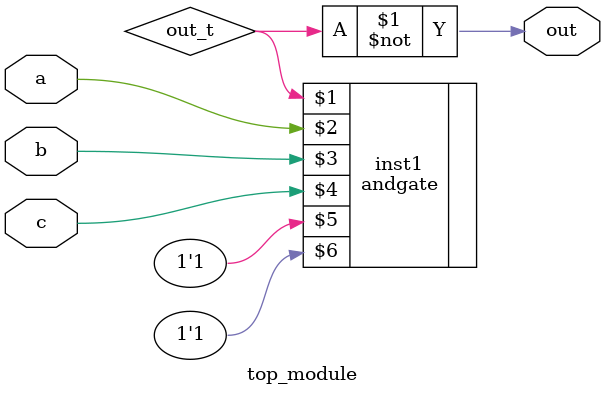
<source format=v>
module top_module (input a, input b, input c, output out);//

    wire out_t;
    andgate inst1 ( out_t, a, b, c, 1'b1, 1'b1);
    
    assign out = ~out_t;

endmodule

</source>
